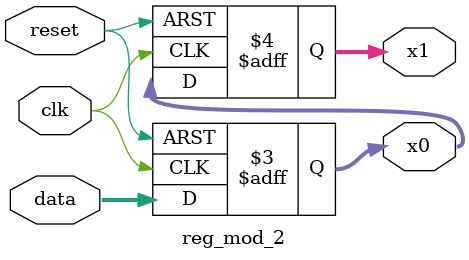
<source format=sv>
module reg_mod_2 (clk, reset, data, x0, x1);
    input clk, reset;
    input [13:0] data; // 14-bit signal
    output reg [13:0] x0;
	 output reg [13:0] x1;
	 
always @ (posedge clk or negedge reset)
    begin
		if (!reset) begin
			x0 <= 0;
			x1 <= 0;
		end
      else begin
			x0 <= data;
			x1 <= x0;
		end
	end
endmodule
</source>
